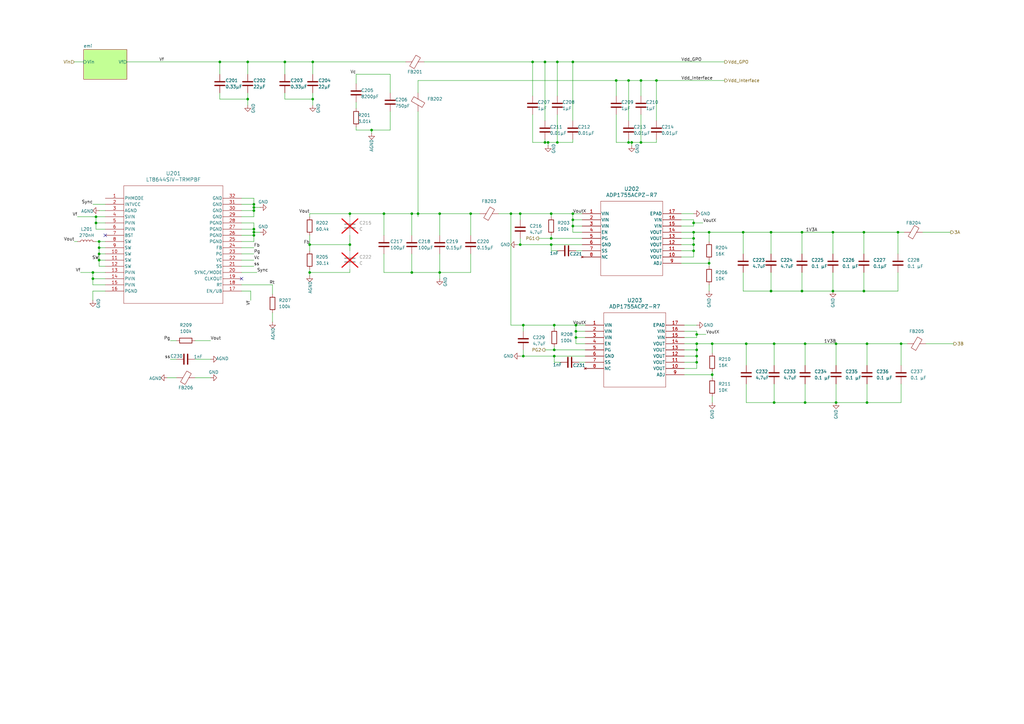
<source format=kicad_sch>
(kicad_sch (version 20231120) (generator "eeschema") (generator_version "8.0")
  (paper "A3")
  (title_block (date "2024-12-28"))
  (lib_symbols
    (symbol "ADP1755ACPZ-R7_1" (pin_names (offset 0.254))
      (property "Reference" "U" (at 20.32 10.16 0))
      (property "Value" "ADP1755ACPZ-R7" (at 20.32 7.62 0))
      (symbol "ADP1755ACPZ-R7_1_0_1"
        (polyline (pts (xy 7.62 -25.4) (xy 33.02 -25.4)) (stroke (width 0.127)))
        (polyline (pts (xy 7.62 5.08) (xy 7.62 -25.4)) (stroke (width 0.127)))
        (polyline (pts (xy 33.02 -25.4) (xy 33.02 5.08)) (stroke (width 0.127)))
        (polyline (pts (xy 33.02 5.08) (xy 7.62 5.08)) (stroke (width 0.127)))
        (pin power_in line (at 0 0 0) (length 7.62) (name "VIN") (number "1"))
        (pin power_in line (at 40.64 -17.78 180) (length 7.62) (name "VOUT") (number "10"))
        (pin power_in line (at 40.64 -15.24 180) (length 7.62) (name "VOUT") (number "11"))
        (pin power_in line (at 40.64 -12.7 180) (length 7.62) (name "VOUT") (number "12"))
        (pin power_in line (at 40.64 -10.16 180) (length 7.62) (name "VOUT") (number "13"))
        (pin power_in line (at 40.64 -7.62 180) (length 7.62) (name "VOUT") (number "14"))
        (pin power_in line (at 40.64 -5.08 180) (length 7.62) (name "VIN") (number "15"))
        (pin power_in line (at 40.64 -2.54 180) (length 7.62) (name "VIN") (number "16"))
        (pin power_out line (at 40.64 0 180) (length 7.62) (name "EPAD") (number "17"))
        (pin power_in line (at 0 -2.54 0) (length 7.62) (name "VIN") (number "2"))
        (pin power_in line (at 0 -5.08 0) (length 7.62) (name "VIN") (number "3"))
        (pin input line (at 0 -7.62 0) (length 7.62) (name "EN") (number "4"))
        (pin output line (at 0 -10.16 0) (length 7.62) (name "PG") (number "5"))
        (pin power_out line (at 0 -12.7 0) (length 7.62) (name "GND") (number "6"))
        (pin unspecified line (at 0 -15.24 0) (length 7.62) (name "SS") (number "7"))
        (pin no_connect line (at 0 -17.78 0) (length 7.62) (name "NC") (number "8"))
        (pin unspecified line (at 40.64 -20.32 180) (length 7.62) (name "ADJ") (number "9"))
      )
    )
    (symbol "Device:C" (pin_numbers hide) (pin_names (offset 0.254))
      (property "Reference" "C" (at 0.635 2.54 0))
      (property "Value" "C" (at 0.635 -2.54 0))
      (symbol "C_0_1"
        (polyline (pts (xy -2.032 -0.762) (xy 2.032 -0.762)) (stroke (width 0.508)))
        (polyline (pts (xy -2.032 0.762) (xy 2.032 0.762)) (stroke (width 0.508)))
      )
      (symbol "C_1_1"
        (pin passive line (at 0 3.81 270) (length 2.794) (name "~") (number "1"))
        (pin passive line (at 0 -3.81 90) (length 2.794) (name "~") (number "2"))
      )
    )
    (symbol "Device:FerriteBead" (pin_numbers hide) (pin_names (offset 0))
      (property "Reference" "FB" (at -3.81 0.635 90))
      (property "Value" "FerriteBead" (at 3.81 0 90))
      (symbol "FerriteBead_0_1"
        (polyline (pts (xy 0 -1.27) (xy 0 -1.2192)))
        (polyline (pts (xy 0 1.27) (xy 0 1.2954)))
        (polyline (pts (xy -2.7686 0.4064) (xy -1.7018 2.2606) (xy 2.7686 -0.3048) (xy 1.6764 -2.159) (xy -2.7686 0.4064)))
      )
      (symbol "FerriteBead_1_1"
        (pin passive line (at 0 3.81 270) (length 2.54) (name "~") (number "1"))
        (pin passive line (at 0 -3.81 90) (length 2.54) (name "~") (number "2"))
      )
    )
    (symbol "Device:L" (pin_numbers hide) (pin_names (offset 1.016) hide)
      (property "Reference" "L" (at -1.27 0 90))
      (property "Value" "L" (at 1.905 0 90))
      (symbol "L_0_1"
        (arc (start 0 -2.54) (mid 0.6323 -1.905) (end 0 -1.27))
        (arc (start 0 -1.27) (mid 0.6323 -0.635) (end 0 0))
        (arc (start 0 0) (mid 0.6323 0.635) (end 0 1.27))
        (arc (start 0 1.27) (mid 0.6323 1.905) (end 0 2.54))
      )
      (symbol "L_1_1"
        (pin passive line (at 0 3.81 270) (length 1.27) (name "1") (number "1"))
        (pin passive line (at 0 -3.81 90) (length 1.27) (name "2") (number "2"))
      )
    )
    (symbol "Device:R" (pin_numbers hide) (pin_names (offset 0))
      (property "Reference" "R" (at 2.032 0 90))
      (property "Value" "R" (at 0 0 90))
      (symbol "R_0_1"
        (rectangle (start -1.016 -2.54) (end 1.016 2.54) (stroke (width 0.254)))
      )
      (symbol "R_1_1"
        (pin passive line (at 0 3.81 270) (length 1.27) (name "~") (number "1"))
        (pin passive line (at 0 -3.81 90) (length 1.27) (name "~") (number "2"))
      )
    )
    (symbol "LT8644S:LT8644SIV-TRMPBF" (pin_names (offset 0.254))
      (property "Reference" "U" (at 27.94 10.16 0))
      (property "Value" "LT8644SIV-TRMPBF" (at 27.94 7.62 0))
      (symbol "LT8644SIV-TRMPBF_0_1"
        (polyline (pts (xy 7.62 -43.18) (xy 48.26 -43.18)) (stroke (width 0.127)))
        (polyline (pts (xy 7.62 5.08) (xy 7.62 -43.18)) (stroke (width 0.127)))
        (polyline (pts (xy 48.26 -43.18) (xy 48.26 5.08)) (stroke (width 0.127)))
        (polyline (pts (xy 48.26 5.08) (xy 7.62 5.08)) (stroke (width 0.127)))
        (pin unspecified line (at 0 0 0) (length 7.62) (name "PHMODE") (number "1"))
        (pin output line (at 0 -22.86 0) (length 7.62) (name "SW") (number "10"))
        (pin output line (at 0 -25.4 0) (length 7.62) (name "SW") (number "11"))
        (pin output line (at 0 -27.94 0) (length 7.62) (name "SW") (number "12"))
        (pin power_in line (at 0 -30.48 0) (length 7.62) (name "PVIN") (number "13"))
        (pin power_in line (at 0 -33.02 0) (length 7.62) (name "PVIN") (number "14"))
        (pin power_in line (at 0 -35.56 0) (length 7.62) (name "PVIN") (number "15"))
        (pin power_out line (at 0 -38.1 0) (length 7.62) (name "PGND") (number "16"))
        (pin input line (at 55.88 -38.1 180) (length 7.62) (name "EN/UB") (number "17"))
        (pin unspecified line (at 55.88 -35.56 180) (length 7.62) (name "RT") (number "18"))
        (pin output line (at 55.88 -33.02 180) (length 7.62) (name "CLKOUT") (number "19"))
        (pin power_in line (at 0 -2.54 0) (length 7.62) (name "INTVCC") (number "2"))
        (pin unspecified line (at 55.88 -30.48 180) (length 7.62) (name "SYNC/MODE") (number "20"))
        (pin input line (at 55.88 -27.94 180) (length 7.62) (name "SS") (number "21"))
        (pin output line (at 55.88 -25.4 180) (length 7.62) (name "VC") (number "22"))
        (pin output line (at 55.88 -22.86 180) (length 7.62) (name "PG") (number "23"))
        (pin input line (at 55.88 -20.32 180) (length 7.62) (name "FB") (number "24"))
        (pin power_out line (at 55.88 -17.78 180) (length 7.62) (name "PGND") (number "25"))
        (pin power_out line (at 55.88 -15.24 180) (length 7.62) (name "PGND") (number "26"))
        (pin power_out line (at 55.88 -12.7 180) (length 7.62) (name "PGND") (number "27"))
        (pin power_out line (at 55.88 -10.16 180) (length 7.62) (name "PGND") (number "28"))
        (pin power_out line (at 55.88 -7.62 180) (length 7.62) (name "GND") (number "29"))
        (pin power_out line (at 0 -5.08 0) (length 7.62) (name "AGND") (number "3"))
        (pin power_out line (at 55.88 -5.08 180) (length 7.62) (name "GND") (number "30"))
        (pin power_out line (at 55.88 -2.54 180) (length 7.62) (name "GND") (number "31"))
        (pin power_out line (at 55.88 0 180) (length 7.62) (name "GND") (number "32"))
        (pin power_in line (at 0 -7.62 0) (length 7.62) (name "SVIN") (number "4"))
        (pin power_in line (at 0 -10.16 0) (length 7.62) (name "PVIN") (number "5"))
        (pin power_in line (at 0 -12.7 0) (length 7.62) (name "PVIN") (number "6"))
        (pin power_in line (at 0 -15.24 0) (length 7.62) (name "BST") (number "7"))
        (pin output line (at 0 -17.78 0) (length 7.62) (name "SW") (number "8"))
        (pin output line (at 0 -20.32 0) (length 7.62) (name "SW") (number "9"))
      )
    )
    (symbol "power:GND" (power) (pin_numbers hide) (pin_names (offset 0) hide)
      (property "Value" "GND" (at 0 -3.81 0))
      (symbol "GND_0_1"
        (polyline (pts (xy 0 0) (xy 0 -1.27) (xy 1.27 -1.27) (xy 0 -2.54) (xy -1.27 -1.27) (xy 0 -1.27)))
      )
      (symbol "GND_1_1"
        (pin power_in line (at 0 0 270) (length 0) (name "~") (number "1"))
      )
    )
  )
  (junction (at 40.64 99.06))
  (junction (at 40.64 101.6))
  (junction (at 316.23 119.38))
  (junction (at 224.79 58.42))
  (junction (at 223.52 25.4))
  (junction (at 354.33 95.25))
  (junction (at 341.63 95.25))
  (junction (at 143.51 87.63))
  (junction (at 285.75 137.16))
  (junction (at 228.6 25.4))
  (junction (at 317.5 165.1))
  (junction (at 368.3 95.25))
  (junction (at 330.2 165.1))
  (junction (at 171.45 87.63))
  (junction (at 284.48 91.44))
  (junction (at 342.9 165.1))
  (junction (at 262.89 33.02))
  (junction (at 234.95 87.63))
  (junction (at 101.6 40.64))
  (junction (at 213.36 87.63))
  (junction (at 317.5 140.97))
  (junction (at 236.22 133.35))
  (junction (at 284.48 95.25))
  (junction (at 330.2 140.97))
  (junction (at 306.07 140.97))
  (junction (at 90.17 25.4))
  (junction (at 290.83 107.95))
  (junction (at 168.91 111.76))
  (junction (at 180.34 87.63))
  (junction (at 101.6 25.4))
  (junction (at 104.14 83.82))
  (junction (at 193.04 87.63))
  (junction (at 257.81 33.02))
  (junction (at 227.33 146.05))
  (junction (at 284.48 100.33))
  (junction (at 285.75 140.97))
  (junction (at 104.14 96.52))
  (junction (at 128.27 25.4))
  (junction (at 104.14 95.25))
  (junction (at 292.1 140.97))
  (junction (at 104.14 86.36))
  (junction (at 128.27 40.64))
  (junction (at 152.4 53.34))
  (junction (at 104.14 85.09))
  (junction (at 284.48 97.79))
  (junction (at 209.55 87.63))
  (junction (at 214.63 146.05))
  (junction (at 252.73 33.02))
  (junction (at 226.06 97.79))
  (junction (at 228.6 58.42))
  (junction (at 227.33 143.51))
  (junction (at 38.1 114.3))
  (junction (at 285.75 146.05))
  (junction (at 292.1 153.67))
  (junction (at 40.64 106.68))
  (junction (at 257.81 58.42))
  (junction (at 234.95 92.71))
  (junction (at 354.33 119.38))
  (junction (at 227.33 133.35))
  (junction (at 262.89 58.42))
  (junction (at 40.64 104.14))
  (junction (at 355.6 140.97))
  (junction (at 39.37 88.9))
  (junction (at 369.57 140.97))
  (junction (at 236.22 138.43))
  (junction (at 290.83 95.25))
  (junction (at 355.6 165.1))
  (junction (at 328.93 95.25))
  (junction (at 341.63 119.38))
  (junction (at 168.91 87.63))
  (junction (at 127 111.76))
  (junction (at 226.06 87.63))
  (junction (at 127 100.33))
  (junction (at 214.63 133.35))
  (junction (at 226.06 100.33))
  (junction (at 285.75 143.51))
  (junction (at 328.93 119.38))
  (junction (at 284.48 102.87))
  (junction (at 143.51 100.33))
  (junction (at 116.84 25.4))
  (junction (at 316.23 95.25))
  (junction (at 218.44 25.4))
  (junction (at 234.95 90.17))
  (junction (at 104.14 93.98))
  (junction (at 342.9 140.97))
  (junction (at 285.75 148.59))
  (junction (at 304.8 95.25))
  (junction (at 180.34 111.76))
  (junction (at 269.24 33.02))
  (junction (at 234.95 25.4))
  (junction (at 157.48 87.63))
  (junction (at 223.52 58.42))
  (junction (at 259.08 58.42))
  (junction (at 213.36 100.33))
  (junction (at 236.22 135.89))
  (junction (at 39.37 91.44))
  (junction (at 38.1 111.76))
  (no_connect (at 99.06 114.3))
  (no_connect (at 43.18 96.52))
  (wire (pts (xy 104.14 83.82) (xy 104.14 85.09)))
  (wire (pts (xy 257.81 33.02) (xy 257.81 49.53)))
  (wire (pts (xy 328.93 95.25) (xy 341.63 95.25)))
  (wire (pts (xy 204.47 87.63) (xy 209.55 87.63)))
  (wire (pts (xy 240.03 133.35) (xy 236.22 133.35)))
  (wire (pts (xy 226.06 100.33) (xy 238.76 100.33)))
  (wire (pts (xy 269.24 57.15) (xy 269.24 58.42)))
  (wire (pts (xy 226.06 97.79) (xy 238.76 97.79)))
  (wire (pts (xy 213.36 87.63) (xy 226.06 87.63)))
  (wire (pts (xy 214.63 146.05) (xy 227.33 146.05)))
  (wire (pts (xy 180.34 87.63) (xy 193.04 87.63)))
  (wire (pts (xy 285.75 133.35) (xy 280.67 133.35)))
  (wire (pts (xy 157.48 104.14) (xy 157.48 111.76)))
  (wire (pts (xy 262.89 33.02) (xy 269.24 33.02)))
  (wire (pts (xy 285.75 137.16) (xy 285.75 138.43)))
  (wire (pts (xy 69.85 147.32) (xy 72.39 147.32)))
  (wire (pts (xy 104.14 86.36) (xy 104.14 88.9)))
  (wire (pts (xy 290.83 95.25) (xy 290.83 99.06)))
  (wire (pts (xy 127 96.52) (xy 127 100.33)))
  (wire (pts (xy 99.06 83.82) (xy 104.14 83.82)))
  (wire (pts (xy 173.99 25.4) (xy 218.44 25.4)))
  (wire (pts (xy 284.48 91.44) (xy 284.48 92.71)))
  (wire (pts (xy 146.05 53.34) (xy 152.4 53.34)))
  (wire (pts (xy 304.8 95.25) (xy 316.23 95.25)))
  (wire (pts (xy 143.51 102.87) (xy 143.51 100.33)))
  (wire (pts (xy 171.45 87.63) (xy 180.34 87.63)))
  (wire (pts (xy 226.06 96.52) (xy 226.06 97.79)))
  (wire (pts (xy 146.05 52.07) (xy 146.05 53.34)))
  (wire (pts (xy 127 100.33) (xy 127 102.87)))
  (wire (pts (xy 342.9 157.48) (xy 342.9 165.1)))
  (wire (pts (xy 234.95 57.15) (xy 234.95 58.42)))
  (wire (pts (xy 292.1 140.97) (xy 306.07 140.97)))
  (wire (pts (xy 213.36 97.79) (xy 213.36 100.33)))
  (wire (pts (xy 157.48 87.63) (xy 168.91 87.63)))
  (wire (pts (xy 285.75 143.51) (xy 285.75 146.05)))
  (wire (pts (xy 38.1 123.19) (xy 38.1 119.38)))
  (wire (pts (xy 111.76 116.84) (xy 111.76 120.65)))
  (wire (pts (xy 218.44 25.4) (xy 218.44 39.37)))
  (wire (pts (xy 40.64 104.14) (xy 40.64 101.6)))
  (wire (pts (xy 160.02 30.48) (xy 146.05 30.48)))
  (wire (pts (xy 99.06 116.84) (xy 111.76 116.84)))
  (wire (pts (xy 99.06 109.22) (xy 104.14 109.22)))
  (wire (pts (xy 238.76 87.63) (xy 234.95 87.63)))
  (wire (pts (xy 212.09 100.33) (xy 213.36 100.33)))
  (wire (pts (xy 284.48 95.25) (xy 290.83 95.25)))
  (wire (pts (xy 280.67 135.89) (xy 285.75 135.89)))
  (wire (pts (xy 213.36 100.33) (xy 226.06 100.33)))
  (wire (pts (xy 369.57 140.97) (xy 372.11 140.97)))
  (wire (pts (xy 116.84 25.4) (xy 116.84 30.48)))
  (wire (pts (xy 280.67 143.51) (xy 285.75 143.51)))
  (wire (pts (xy 316.23 119.38) (xy 328.93 119.38)))
  (wire (pts (xy 259.08 58.42) (xy 259.08 59.69)))
  (wire (pts (xy 269.24 33.02) (xy 297.18 33.02)))
  (wire (pts (xy 180.34 96.52) (xy 180.34 87.63)))
  (wire (pts (xy 342.9 165.1) (xy 355.6 165.1)))
  (wire (pts (xy 316.23 111.76) (xy 316.23 119.38)))
  (wire (pts (xy 279.4 102.87) (xy 284.48 102.87)))
  (wire (pts (xy 316.23 95.25) (xy 316.23 104.14)))
  (wire (pts (xy 30.48 25.4) (xy 34.29 25.4)))
  (wire (pts (xy 234.95 25.4) (xy 297.18 25.4)))
  (wire (pts (xy 227.33 133.35) (xy 227.33 134.62)))
  (wire (pts (xy 157.48 111.76) (xy 168.91 111.76)))
  (wire (pts (xy 38.1 114.3) (xy 43.18 114.3)))
  (wire (pts (xy 99.06 106.68) (xy 104.14 106.68)))
  (wire (pts (xy 213.36 146.05) (xy 214.63 146.05)))
  (wire (pts (xy 104.14 99.06) (xy 99.06 99.06)))
  (wire (pts (xy 128.27 25.4) (xy 128.27 30.48)))
  (wire (pts (xy 229.87 148.59) (xy 227.33 148.59)))
  (wire (pts (xy 86.36 139.7) (xy 80.01 139.7)))
  (wire (pts (xy 40.64 104.14) (xy 43.18 104.14)))
  (wire (pts (xy 236.22 133.35) (xy 236.22 135.89)))
  (wire (pts (xy 304.8 111.76) (xy 304.8 119.38)))
  (wire (pts (xy 143.51 96.52) (xy 143.51 100.33)))
  (wire (pts (xy 127 87.63) (xy 127 88.9)))
  (wire (pts (xy 317.5 140.97) (xy 330.2 140.97)))
  (wire (pts (xy 180.34 111.76) (xy 180.34 114.3)))
  (wire (pts (xy 290.83 106.68) (xy 290.83 107.95)))
  (wire (pts (xy 116.84 25.4) (xy 128.27 25.4)))
  (wire (pts (xy 146.05 30.48) (xy 146.05 34.29)))
  (wire (pts (xy 284.48 100.33) (xy 284.48 102.87)))
  (wire (pts (xy 171.45 45.72) (xy 171.45 87.63)))
  (wire (pts (xy 90.17 25.4) (xy 90.17 30.48)))
  (wire (pts (xy 369.57 140.97) (xy 369.57 149.86)))
  (wire (pts (xy 317.5 157.48) (xy 317.5 165.1)))
  (wire (pts (xy 224.79 58.42) (xy 224.79 59.69)))
  (wire (pts (xy 354.33 111.76) (xy 354.33 119.38)))
  (wire (pts (xy 290.83 95.25) (xy 304.8 95.25)))
  (wire (pts (xy 68.58 154.94) (xy 72.39 154.94)))
  (wire (pts (xy 38.1 116.84) (xy 43.18 116.84)))
  (wire (pts (xy 228.6 102.87) (xy 226.06 102.87)))
  (wire (pts (xy 368.3 111.76) (xy 368.3 119.38)))
  (wire (pts (xy 252.73 46.99) (xy 252.73 58.42)))
  (wire (pts (xy 234.95 92.71) (xy 234.95 95.25)))
  (wire (pts (xy 127 87.63) (xy 143.51 87.63)))
  (wire (pts (xy 30.48 99.06) (xy 31.75 99.06)))
  (wire (pts (xy 355.6 165.1) (xy 369.57 165.1)))
  (wire (pts (xy 157.48 87.63) (xy 157.48 96.52)))
  (wire (pts (xy 257.81 58.42) (xy 259.08 58.42)))
  (wire (pts (xy 379.73 140.97) (xy 391.16 140.97)))
  (wire (pts (xy 284.48 95.25) (xy 284.48 97.79)))
  (wire (pts (xy 285.75 148.59) (xy 285.75 151.13)))
  (wire (pts (xy 168.91 111.76) (xy 180.34 111.76)))
  (wire (pts (xy 280.67 153.67) (xy 292.1 153.67)))
  (wire (pts (xy 284.48 92.71) (xy 279.4 92.71)))
  (wire (pts (xy 104.14 88.9) (xy 99.06 88.9)))
  (wire (pts (xy 236.22 138.43) (xy 236.22 140.97)))
  (wire (pts (xy 284.48 102.87) (xy 284.48 105.41)))
  (wire (pts (xy 236.22 138.43) (xy 240.03 138.43)))
  (wire (pts (xy 101.6 25.4) (xy 116.84 25.4)))
  (wire (pts (xy 234.95 92.71) (xy 238.76 92.71)))
  (wire (pts (xy 285.75 146.05) (xy 285.75 148.59)))
  (wire (pts (xy 209.55 87.63) (xy 209.55 133.35)))
  (wire (pts (xy 288.29 91.44) (xy 284.48 91.44)))
  (wire (pts (xy 341.63 95.25) (xy 354.33 95.25)))
  (wire (pts (xy 341.63 119.38) (xy 354.33 119.38)))
  (wire (pts (xy 236.22 135.89) (xy 236.22 138.43)))
  (wire (pts (xy 152.4 53.34) (xy 152.4 54.61)))
  (wire (pts (xy 128.27 38.1) (xy 128.27 40.64)))
  (wire (pts (xy 38.1 119.38) (xy 43.18 119.38)))
  (wire (pts (xy 38.1 116.84) (xy 38.1 114.3)))
  (wire (pts (xy 306.07 165.1) (xy 317.5 165.1)))
  (wire (pts (xy 171.45 88.9) (xy 171.45 87.63)))
  (wire (pts (xy 99.06 111.76) (xy 105.41 111.76)))
  (wire (pts (xy 39.37 93.98) (xy 39.37 91.44)))
  (wire (pts (xy 269.24 49.53) (xy 269.24 33.02)))
  (wire (pts (xy 102.87 119.38) (xy 102.87 123.19)))
  (wire (pts (xy 146.05 41.91) (xy 146.05 44.45)))
  (wire (pts (xy 160.02 38.1) (xy 160.02 30.48)))
  (wire (pts (xy 292.1 152.4) (xy 292.1 153.67)))
  (wire (pts (xy 223.52 25.4) (xy 228.6 25.4)))
  (wire (pts (xy 341.63 95.25) (xy 341.63 104.14)))
  (wire (pts (xy 226.06 87.63) (xy 234.95 87.63)))
  (wire (pts (xy 218.44 25.4) (xy 223.52 25.4)))
  (wire (pts (xy 284.48 97.79) (xy 284.48 100.33)))
  (wire (pts (xy 328.93 95.25) (xy 328.93 104.14)))
  (wire (pts (xy 290.83 107.95) (xy 290.83 109.22)))
  (wire (pts (xy 40.64 101.6) (xy 43.18 101.6)))
  (wire (pts (xy 280.67 146.05) (xy 285.75 146.05)))
  (wire (pts (xy 289.56 137.16) (xy 285.75 137.16)))
  (wire (pts (xy 317.5 165.1) (xy 330.2 165.1)))
  (wire (pts (xy 52.07 25.4) (xy 90.17 25.4)))
  (wire (pts (xy 292.1 140.97) (xy 292.1 144.78)))
  (wire (pts (xy 306.07 157.48) (xy 306.07 165.1)))
  (wire (pts (xy 127 110.49) (xy 127 111.76)))
  (wire (pts (xy 168.91 87.63) (xy 168.91 96.52)))
  (wire (pts (xy 257.81 57.15) (xy 257.81 58.42)))
  (wire (pts (xy 127 111.76) (xy 127 113.03)))
  (wire (pts (xy 213.36 87.63) (xy 213.36 90.17)))
  (wire (pts (xy 31.75 88.9) (xy 39.37 88.9)))
  (wire (pts (xy 228.6 58.42) (xy 234.95 58.42)))
  (wire (pts (xy 40.64 86.36) (xy 43.18 86.36)))
  (wire (pts (xy 38.1 83.82) (xy 43.18 83.82)))
  (wire (pts (xy 40.64 106.68) (xy 43.18 106.68)))
  (wire (pts (xy 152.4 53.34) (xy 160.02 53.34)))
  (wire (pts (xy 279.4 90.17) (xy 284.48 90.17)))
  (wire (pts (xy 104.14 91.44) (xy 104.14 93.98)))
  (wire (pts (xy 143.51 88.9) (xy 143.51 87.63)))
  (wire (pts (xy 262.89 33.02) (xy 262.89 39.37)))
  (wire (pts (xy 234.95 87.63) (xy 234.95 90.17)))
  (wire (pts (xy 99.06 86.36) (xy 104.14 86.36)))
  (wire (pts (xy 236.22 140.97) (xy 240.03 140.97)))
  (wire (pts (xy 220.98 97.79) (xy 226.06 97.79)))
  (wire (pts (xy 369.57 157.48) (xy 369.57 165.1)))
  (wire (pts (xy 128.27 25.4) (xy 166.37 25.4)))
  (wire (pts (xy 285.75 140.97) (xy 292.1 140.97)))
  (wire (pts (xy 223.52 143.51) (xy 227.33 143.51)))
  (wire (pts (xy 342.9 140.97) (xy 342.9 149.86)))
  (wire (pts (xy 101.6 38.1) (xy 101.6 40.64)))
  (wire (pts (xy 39.37 88.9) (xy 43.18 88.9)))
  (wire (pts (xy 284.48 105.41) (xy 279.4 105.41)))
  (wire (pts (xy 341.63 111.76) (xy 341.63 119.38)))
  (wire (pts (xy 368.3 95.25) (xy 370.84 95.25)))
  (wire (pts (xy 328.93 119.38) (xy 341.63 119.38)))
  (wire (pts (xy 328.93 111.76) (xy 328.93 119.38)))
  (wire (pts (xy 236.22 102.87) (xy 238.76 102.87)))
  (wire (pts (xy 104.14 96.52) (xy 104.14 99.06)))
  (wire (pts (xy 354.33 95.25) (xy 354.33 104.14)))
  (wire (pts (xy 104.14 81.28) (xy 104.14 83.82)))
  (wire (pts (xy 104.14 85.09) (xy 104.14 86.36)))
  (wire (pts (xy 280.67 148.59) (xy 285.75 148.59)))
  (wire (pts (xy 262.89 58.42) (xy 269.24 58.42)))
  (wire (pts (xy 160.02 45.72) (xy 160.02 53.34)))
  (wire (pts (xy 171.45 33.02) (xy 171.45 38.1)))
  (wire (pts (xy 306.07 140.97) (xy 317.5 140.97)))
  (wire (pts (xy 193.04 87.63) (xy 193.04 96.52)))
  (wire (pts (xy 354.33 95.25) (xy 368.3 95.25)))
  (wire (pts (xy 226.06 102.87) (xy 226.06 100.33)))
  (wire (pts (xy 193.04 87.63) (xy 196.85 87.63)))
  (wire (pts (xy 284.48 87.63) (xy 279.4 87.63)))
  (wire (pts (xy 111.76 128.27) (xy 111.76 132.08)))
  (wire (pts (xy 355.6 140.97) (xy 355.6 149.86)))
  (wire (pts (xy 262.89 33.02) (xy 257.81 33.02)))
  (wire (pts (xy 292.1 153.67) (xy 292.1 154.94)))
  (wire (pts (xy 116.84 38.1) (xy 116.84 40.64)))
  (wire (pts (xy 355.6 157.48) (xy 355.6 165.1)))
  (wire (pts (xy 285.75 140.97) (xy 285.75 143.51)))
  (wire (pts (xy 214.63 133.35) (xy 227.33 133.35)))
  (wire (pts (xy 316.23 95.25) (xy 328.93 95.25)))
  (wire (pts (xy 280.67 140.97) (xy 285.75 140.97)))
  (wire (pts (xy 279.4 95.25) (xy 284.48 95.25)))
  (wire (pts (xy 99.06 101.6) (xy 104.14 101.6)))
  (wire (pts (xy 279.4 97.79) (xy 284.48 97.79)))
  (wire (pts (xy 234.95 95.25) (xy 238.76 95.25)))
  (wire (pts (xy 279.4 107.95) (xy 290.83 107.95)))
  (wire (pts (xy 227.33 148.59) (xy 227.33 146.05)))
  (wire (pts (xy 209.55 133.35) (xy 214.63 133.35)))
  (wire (pts (xy 99.06 91.44) (xy 104.14 91.44)))
  (wire (pts (xy 104.14 95.25) (xy 104.14 96.52)))
  (wire (pts (xy 227.33 143.51) (xy 240.03 143.51)))
  (wire (pts (xy 355.6 140.97) (xy 369.57 140.97)))
  (wire (pts (xy 223.52 58.42) (xy 224.79 58.42)))
  (wire (pts (xy 285.75 135.89) (xy 285.75 137.16)))
  (wire (pts (xy 90.17 38.1) (xy 90.17 40.64)))
  (wire (pts (xy 99.06 96.52) (xy 104.14 96.52)))
  (wire (pts (xy 38.1 111.76) (xy 38.1 114.3)))
  (wire (pts (xy 257.81 33.02) (xy 252.73 33.02)))
  (wire (pts (xy 40.64 99.06) (xy 43.18 99.06)))
  (wire (pts (xy 330.2 140.97) (xy 342.9 140.97)))
  (wire (pts (xy 143.51 87.63) (xy 157.48 87.63)))
  (wire (pts (xy 43.18 109.22) (xy 40.64 109.22)))
  (wire (pts (xy 101.6 43.18) (xy 101.6 40.64)))
  (wire (pts (xy 306.07 140.97) (xy 306.07 149.86)))
  (wire (pts (xy 39.37 99.06) (xy 40.64 99.06)))
  (wire (pts (xy 106.68 95.25) (xy 104.14 95.25)))
  (wire (pts (xy 127 100.33) (xy 143.51 100.33)))
  (wire (pts (xy 227.33 133.35) (xy 236.22 133.35)))
  (wire (pts (xy 90.17 40.64) (xy 101.6 40.64)))
  (wire (pts (xy 39.37 91.44) (xy 43.18 91.44)))
  (wire (pts (xy 40.64 106.68) (xy 40.64 104.14)))
  (wire (pts (xy 99.06 119.38) (xy 102.87 119.38)))
  (wire (pts (xy 116.84 40.64) (xy 128.27 40.64)))
  (wire (pts (xy 279.4 100.33) (xy 284.48 100.33)))
  (wire (pts (xy 180.34 111.76) (xy 193.04 111.76)))
  (wire (pts (xy 40.64 109.22) (xy 40.64 106.68)))
  (wire (pts (xy 80.01 154.94) (xy 86.36 154.94)))
  (wire (pts (xy 218.44 46.99) (xy 218.44 58.42)))
  (wire (pts (xy 227.33 142.24) (xy 227.33 143.51)))
  (wire (pts (xy 171.45 87.63) (xy 168.91 87.63)))
  (wire (pts (xy 237.49 148.59) (xy 240.03 148.59)))
  (wire (pts (xy 223.52 25.4) (xy 223.52 49.53)))
  (wire (pts (xy 43.18 111.76) (xy 38.1 111.76)))
  (wire (pts (xy 193.04 104.14) (xy 193.04 111.76)))
  (wire (pts (xy 101.6 25.4) (xy 101.6 30.48)))
  (wire (pts (xy 228.6 46.99) (xy 228.6 58.42)))
  (wire (pts (xy 304.8 95.25) (xy 304.8 104.14)))
  (wire (pts (xy 209.55 87.63) (xy 213.36 87.63)))
  (wire (pts (xy 342.9 140.97) (xy 355.6 140.97)))
  (wire (pts (xy 304.8 119.38) (xy 316.23 119.38)))
  (wire (pts (xy 171.45 33.02) (xy 252.73 33.02)))
  (wire (pts (xy 378.46 95.25) (xy 389.89 95.25)))
  (wire (pts (xy 330.2 165.1) (xy 342.9 165.1)))
  (wire (pts (xy 143.51 111.76) (xy 127 111.76)))
  (wire (pts (xy 33.02 111.76) (xy 38.1 111.76)))
  (wire (pts (xy 128.27 43.18) (xy 128.27 40.64)))
  (wire (pts (xy 259.08 58.42) (xy 262.89 58.42)))
  (wire (pts (xy 252.73 58.42) (xy 257.81 58.42)))
  (wire (pts (xy 43.18 93.98) (xy 39.37 93.98)))
  (wire (pts (xy 224.79 58.42) (xy 228.6 58.42)))
  (wire (pts (xy 228.6 25.4) (xy 234.95 25.4)))
  (wire (pts (xy 218.44 58.42) (xy 223.52 58.42)))
  (wire (pts (xy 99.06 93.98) (xy 104.14 93.98)))
  (wire (pts (xy 223.52 57.15) (xy 223.52 58.42)))
  (wire (pts (xy 290.83 119.38) (xy 290.83 116.84)))
  (wire (pts (xy 99.06 81.28) (xy 104.14 81.28)))
  (wire (pts (xy 227.33 146.05) (xy 240.03 146.05)))
  (wire (pts (xy 180.34 104.14) (xy 180.34 111.76)))
  (wire (pts (xy 104.14 93.98) (xy 104.14 95.25)))
  (wire (pts (xy 69.85 139.7) (xy 72.39 139.7)))
  (wire (pts (xy 228.6 25.4) (xy 228.6 39.37)))
  (wire (pts (xy 285.75 151.13) (xy 280.67 151.13)))
  (wire (pts (xy 214.63 143.51) (xy 214.63 146.05)))
  (wire (pts (xy 262.89 46.99) (xy 262.89 58.42)))
  (wire (pts (xy 234.95 49.53) (xy 234.95 25.4)))
  (wire (pts (xy 90.17 25.4) (xy 101.6 25.4)))
  (wire (pts (xy 226.06 87.63) (xy 226.06 88.9)))
  (wire (pts (xy 252.73 33.02) (xy 252.73 39.37)))
  (wire (pts (xy 168.91 104.14) (xy 168.91 111.76)))
  (wire (pts (xy 368.3 95.25) (xy 368.3 104.14)))
  (wire (pts (xy 214.63 133.35) (xy 214.63 135.89)))
  (wire (pts (xy 234.95 90.17) (xy 234.95 92.71)))
  (wire (pts (xy 330.2 157.48) (xy 330.2 165.1)))
  (wire (pts (xy 292.1 165.1) (xy 292.1 162.56)))
  (wire (pts (xy 106.68 85.09) (xy 104.14 85.09)))
  (wire (pts (xy 236.22 135.89) (xy 240.03 135.89)))
  (wire (pts (xy 39.37 88.9) (xy 39.37 91.44)))
  (wire (pts (xy 234.95 90.17) (xy 238.76 90.17)))
  (wire (pts (xy 330.2 140.97) (xy 330.2 149.86)))
  (wire (pts (xy 285.75 138.43) (xy 280.67 138.43)))
  (wire (pts (xy 104.14 104.14) (xy 99.06 104.14)))
  (wire (pts (xy 354.33 119.38) (xy 368.3 119.38)))
  (wire (pts (xy 80.01 147.32) (xy 86.36 147.32)))
  (wire (pts (xy 317.5 140.97) (xy 317.5 149.86)))
  (wire (pts (xy 284.48 90.17) (xy 284.48 91.44)))
  (wire (pts (xy 143.51 110.49) (xy 143.51 111.76)))
  (wire (pts (xy 40.64 101.6) (xy 40.64 99.06)))
  (label "VoutX" (at 234.95 87.63 0))
  (label "VoutX" (at 288.29 91.44 0))
  (label "1V3A" (at 335.28 95.25 180))
  (label "Pg" (at 104.14 104.14 0))
  (label "Vdd_GPO" (at 279.4 25.4 0))
  (label "SW" (at 40.64 106.68 180))
  (label "1V3B" (at 342.9 140.97 180))
  (label "VoutX" (at 289.56 137.16 0))
  (label "ss" (at 104.14 109.22 0))
  (label "Fb" (at 104.14 101.6 0))
  (label "Sync" (at 38.1 83.82 180))
  (label "Pg" (at 69.85 139.7 180))
  (label "Vc" (at 146.05 30.48 180))
  (label "Sync" (at 105.41 111.76 0))
  (label "Vout" (at 86.36 139.7 0))
  (label "Vf" (at 31.75 88.9 180))
  (label "Fb" (at 127 100.33 180))
  (label "ss" (at 69.85 147.32 180))
  (label "Vf" (at 33.02 111.76 180))
  (label "Vc" (at 104.14 106.68 0))
  (label "Vf" (at 67.31 25.4 180))
  (label "Vdd_Interface" (at 279.4 33.02 0))
  (label "Vout" (at 127 87.63 180))
  (label "Vout" (at 30.48 99.06 180))
  (label "Rt" (at 110.49 116.84 0))
  (label "Vf" (at 102.87 123.19 270))
  (label "VoutX" (at 234.95 133.35 0))
  (hierarchical_label "Vdd_Interface" (shape output) (at 297.18 33.02 0))
  (hierarchical_label "3A" (shape output) (at 389.89 95.25 0))
  (hierarchical_label "Vdd_GPO" (shape output) (at 297.18 25.4 0))
  (hierarchical_label "Vin" (shape input) (at 30.48 25.4 180))
  (hierarchical_label "PG1" (shape output) (at 220.98 97.79 180))
  (hierarchical_label "PG2" (shape output) (at 223.52 143.51 180))
  (hierarchical_label "3B" (shape output) (at 391.16 140.97 0))
  (symbol (lib_id "Device:C") (at 180.34 100.33 0) (unit 1)
    (property "Reference" "C219" (at 182.88 99.06 0) (effects (justify left)))
    (property "Value" "0.15µF" (at 182.88 101.6 0) (effects (justify left)))
    (property "Footprint" "Capacitor_SMD:C_0603_1608Metric" (effects (hide yes)))
    (property "Description" "Unpolarized capacitor" (effects (hide yes)))
  )
  (symbol (lib_id "Device:R") (at 292.1 148.59 0) (unit 1)
    (property "Reference" "R210" (at 294.64 147.3199 0) (effects (justify left)))
    (property "Value" "16K" (at 294.64 149.8599 0) (effects (justify left)))
    (property "Footprint" "Resistor_SMD:R_0603_1608Metric" (effects (hide yes)))
    (property "Description" "Resistor" (effects (hide yes)))
  )
  (symbol (lib_id "Device:C") (at 233.68 148.59 270) (unit 1)
    (property "Reference" "C231" (at 237.49 149.86 90))
    (property "Value" "1nF" (at 228.6 149.606 90))
    (property "Footprint" "Capacitor_SMD:C_0603_1608Metric" (effects (hide yes)))
    (property "Description" "Unpolarized capacitor" (effects (hide yes)))
  )
  (symbol (lib_id "Device:C") (at 101.6 34.29 0) (unit 1)
    (property "Reference" "C202" (at 103.886 33.02 0) (effects (justify left)))
    (property "Value" "22µF" (at 103.886 35.56 0) (effects (justify left)))
    (property "Footprint" "Capacitor_SMD:C_0603_1608Metric" (effects (hide yes)))
    (property "Description" "Unpolarized capacitor" (effects (hide yes)))
  )
  (symbol (lib_id "power:GND") (at 341.63 119.38 0) (unit 1)
    (property "Reference" "#PWR0214" (effects (hide yes)))
    (property "Value" "GND" (at 341.63 124.206 90))
    (property "Description" "Power symbol creates a global label with name \"GND\" , ground" (effects (hide yes)))
  )
  (symbol (lib_id "power:GND") (at 290.83 119.38 0) (unit 1)
    (property "Reference" "#PWR0213" (effects (hide yes)))
    (property "Value" "GND" (at 290.83 124.206 90))
    (property "Description" "Power symbol creates a global label with name \"GND\" , ground" (effects (hide yes)))
  )
  (symbol (lib_id "Device:C") (at 328.93 107.95 0) (unit 1)
    (property "Reference" "C225" (at 332.74 106.6799 0) (effects (justify left)))
    (property "Value" "0.1 µF" (at 332.74 109.2199 0) (effects (justify left)))
    (property "Footprint" "Capacitor_SMD:C_0603_1608Metric" (effects (hide yes)))
    (property "Description" "Unpolarized capacitor" (effects (hide yes)))
  )
  (symbol (lib_id "Device:FerriteBead") (at 170.18 25.4 270) (unit 1)
    (property "Reference" "FB201" (at 170.18 29.464 90))
    (property "Value" "75 Ohms @ 100 MHz" (effects (hide yes)))
    (property "Footprint" "Inductor_SMD:L_0603_1608Metric" (effects (hide yes)))
    (property "Description" "Ferrite bead" (effects (hide yes)))
  )
  (symbol (lib_id "power:GND") (at 86.36 154.94 90) (unit 1)
    (property "Reference" "#PWR0221" (effects (hide yes)))
    (property "Value" "GND" (at 87.63 152.654 90))
    (property "Description" "Power symbol creates a global label with name \"GND\" , ground" (effects (hide yes)))
  )
  (symbol (lib_id "Device:C") (at 234.95 53.34 0) (unit 1)
    (property "Reference" "C212" (at 236.982 52.07 0) (effects (justify left)))
    (property "Value" "0.01µF" (at 236.982 54.61 0) (effects (justify left)))
    (property "Footprint" "Capacitor_SMD:C_0805_2012Metric" (effects (hide yes)))
    (property "Description" "Unpolarized capacitor" (effects (hide yes)))
  )
  (symbol (lib_id "Device:C") (at 160.02 41.91 0) (unit 1)
    (property "Reference" "C206" (at 162.052 40.894 0) (effects (justify left)))
    (property "Value" "750pF" (at 162.052 43.434 0) (effects (justify left)))
    (property "Footprint" "Capacitor_SMD:C_0603_1608Metric" (effects (hide yes)))
    (property "Description" "Unpolarized capacitor" (effects (hide yes)))
  )
  (symbol (lib_id "Device:FerriteBead") (at 375.92 140.97 270) (unit 1)
    (property "Reference" "FB205" (at 375.9708 135.89 90))
    (property "Value" "30 Ohms @ 100 MHz" (effects (hide yes)))
    (property "Footprint" "Inductor_SMD:L_0603_1608Metric" (effects (hide yes)))
    (property "Description" "Ferrite bead" (effects (hide yes)))
  )
  (symbol (lib_id "Device:C") (at 330.2 153.67 0) (unit 1)
    (property "Reference" "C234" (at 334.01 152.3999 0) (effects (justify left)))
    (property "Value" "0.1 µF" (at 334.01 154.9399 0) (effects (justify left)))
    (property "Footprint" "Capacitor_SMD:C_0603_1608Metric" (effects (hide yes)))
    (property "Description" "Unpolarized capacitor" (effects (hide yes)))
  )
  (symbol (lib_id "Device:R") (at 290.83 102.87 0) (unit 1)
    (property "Reference" "R204" (at 293.37 101.5999 0) (effects (justify left)))
    (property "Value" "16K" (at 293.37 104.1399 0) (effects (justify left)))
    (property "Footprint" "Resistor_SMD:R_0603_1608Metric" (effects (hide yes)))
    (property "Description" "Resistor" (effects (hide yes)))
  )
  (symbol (lib_id "power:GND") (at 127 113.03 0) (unit 1)
    (property "Reference" "#PWR0211" (effects (hide yes)))
    (property "Value" "AGND" (at 127.254 117.856 90))
    (property "Description" "Power symbol creates a global label with name \"GND\" , ground" (effects (hide yes)))
  )
  (symbol (lib_id "power:GND") (at 213.36 146.05 270) (unit 1)
    (property "Reference" "#PWR0218" (effects (hide yes)))
    (property "Value" "GND" (at 208.534 146.05 90))
    (property "Description" "Power symbol creates a global label with name \"GND\" , ground" (effects (hide yes)))
  )
  (symbol (lib_id "Device:C") (at 304.8 107.95 0) (unit 1)
    (property "Reference" "C223" (at 308.61 106.6799 0) (effects (justify left)))
    (property "Value" "4.7uF" (at 308.61 109.2199 0) (effects (justify left)))
    (property "Footprint" "Capacitor_SMD:C_0805_2012Metric" (effects (hide yes)))
    (property "Description" "Unpolarized capacitor" (effects (hide yes)))
  )
  (symbol (lib_name "ADP1755ACPZ-R7_1") (lib_id "ADP1755:ADP1755ACPZ-R7") (at 240.03 133.35 0) (unit 1)
    (property "Reference" "U203" (at 260.35 123.19 0) (effects (font (size 1.524 1.524))))
    (property "Value" "ADP1755ACPZ-R7" (at 260.35 125.73 0) (effects (font (size 1.524 1.524))))
    (property "Footprint" "Package_CSP:Analog_LFCSP-16-1EP_4x4mm_P0.65mm_EP2.1x2.1mm_ThermalVias" (effects (hide yes)))
    (property "Datasheet" "ADP1755ACPZ-R7" (effects (hide yes)))
  )
  (symbol (lib_id "power:GND") (at 101.6 43.18 0) (unit 1)
    (property "Reference" "#PWR0201" (effects (hide yes)))
    (property "Value" "GND" (at 103.886 44.45 90))
    (property "Description" "Power symbol creates a global label with name \"GND\" , ground" (effects (hide yes)))
  )
  (symbol (lib_id "power:GND") (at 224.79 59.69 0) (unit 1)
    (property "Reference" "#PWR0204" (effects (hide yes)))
    (property "Value" "GND" (at 227.076 60.96 90))
    (property "Description" "Power symbol creates a global label with name \"GND\" , ground" (effects (hide yes)))
  )
  (symbol (lib_id "power:GND") (at 40.64 86.36 270) (unit 1)
    (property "Reference" "#PWR0207" (effects (hide yes)))
    (property "Value" "AGND" (at 35.814 86.614 90))
    (property "Description" "Power symbol creates a global label with name \"GND\" , ground" (effects (hide yes)))
  )
  (symbol (lib_id "Device:C") (at 116.84 34.29 0) (unit 1)
    (property "Reference" "C203" (at 119.126 33.02 0) (effects (justify left)))
    (property "Value" "0.33µF" (at 119.126 35.56 0) (effects (justify left)))
    (property "Footprint" "Capacitor_SMD:C_0603_1608Metric" (effects (hide yes)))
    (property "Description" "Unpolarized capacitor" (effects (hide yes)))
  )
  (symbol (lib_id "Device:C") (at 341.63 107.95 0) (unit 1)
    (property "Reference" "C226" (at 345.44 106.6799 0) (effects (justify left)))
    (property "Value" "0.1 µF" (at 345.44 109.2199 0) (effects (justify left)))
    (property "Footprint" "Capacitor_SMD:C_0603_1608Metric" (effects (hide yes)))
    (property "Description" "Unpolarized capacitor" (effects (hide yes)))
  )
  (symbol (lib_id "Device:R") (at 111.76 124.46 0) (unit 1)
    (property "Reference" "R207" (at 114.3 123.1899 0) (effects (justify left)))
    (property "Value" "100k" (at 114.3 125.7299 0) (effects (justify left)))
    (property "Footprint" "Resistor_SMD:R_0603_1608Metric" (effects (hide yes)))
    (property "Description" "Resistor" (effects (hide yes)))
  )
  (symbol (lib_id "Device:C") (at 354.33 107.95 0) (unit 1)
    (property "Reference" "C227" (at 358.14 106.6799 0) (effects (justify left)))
    (property "Value" "0.1µF" (at 358.14 109.2199 0) (effects (justify left)))
    (property "Footprint" "Capacitor_SMD:C_0603_1608Metric" (effects (hide yes)))
    (property "Description" "Unpolarized capacitor" (effects (hide yes)))
  )
  (symbol (lib_id "power:GND") (at 292.1 165.1 0) (unit 1)
    (property "Reference" "#PWR0222" (effects (hide yes)))
    (property "Value" "GND" (at 292.1 169.926 90))
    (property "Description" "Power symbol creates a global label with name \"GND\" , ground" (effects (hide yes)))
  )
  (symbol (lib_id "Device:R") (at 290.83 113.03 0) (unit 1)
    (property "Reference" "R206" (at 293.37 111.7599 0) (effects (justify left)))
    (property "Value" "10K" (at 293.37 114.2999 0) (effects (justify left)))
    (property "Footprint" "Resistor_SMD:R_0603_1608Metric" (effects (hide yes)))
    (property "Description" "Resistor" (effects (hide yes)))
  )
  (symbol (lib_id "Device:FerriteBead") (at 200.66 87.63 90) (unit 1)
    (property "Reference" "FB203" (at 200.6092 82.55 90))
    (property "Value" "30 Ohms @ 100 MHz" (effects (hide yes)))
    (property "Footprint" "Inductor_SMD:L_0603_1608Metric" (effects (hide yes)))
    (property "Description" "Ferrite bead" (effects (hide yes)))
  )
  (symbol (lib_id "power:GND") (at 68.58 154.94 270) (unit 1)
    (property "Reference" "#PWR0220" (effects (hide yes)))
    (property "Value" "AGND" (at 63.754 155.194 90))
    (property "Description" "Power symbol creates a global label with name \"GND\" , ground" (effects (hide yes)))
  )
  (symbol (lib_id "Device:C") (at 262.89 43.18 0) (unit 1)
    (property "Reference" "C210" (at 264.922 41.91 0) (effects (justify left)))
    (property "Value" "1µF" (at 264.922 44.45 0) (effects (justify left)))
    (property "Footprint" "Capacitor_SMD:C_0603_1608Metric" (effects (hide yes)))
    (property "Description" "Unpolarized capacitor" (effects (hide yes)))
  )
  (symbol (lib_id "power:GND") (at 342.9 165.1 0) (unit 1)
    (property "Reference" "#PWR0223" (effects (hide yes)))
    (property "Value" "GND" (at 342.9 169.926 90))
    (property "Description" "Power symbol creates a global label with name \"GND\" , ground" (effects (hide yes)))
  )
  (symbol (lib_id "Device:C") (at 193.04 100.33 0) (unit 1)
    (property "Reference" "C220" (at 195.58 99.06 0) (effects (justify left)))
    (property "Value" "0.15µF" (at 195.58 101.6 0) (effects (justify left)))
    (property "Footprint" "Capacitor_SMD:C_0603_1608Metric" (effects (hide yes)))
    (property "Description" "Unpolarized capacitor" (effects (hide yes)))
  )
  (symbol (lib_id "Device:R") (at 227.33 138.43 0) (unit 1)
    (property "Reference" "R208" (at 229.87 137.1599 0) (effects (justify left)))
    (property "Value" "100k" (at 229.87 139.6999 0) (effects (justify left)))
    (property "Footprint" "Resistor_SMD:R_0603_1608Metric" (effects (hide yes)))
    (property "Description" "Resistor" (effects (hide yes)))
  )
  (symbol (lib_id "Device:C") (at 232.41 102.87 270) (unit 1)
    (property "Reference" "C221" (at 236.22 104.14 90))
    (property "Value" "1nF" (at 227.33 103.886 90))
    (property "Footprint" "Capacitor_SMD:C_0603_1608Metric" (effects (hide yes)))
    (property "Description" "Unpolarized capacitor" (effects (hide yes)))
  )
  (symbol (lib_id "power:GND") (at 180.34 114.3 0) (unit 1)
    (property "Reference" "#PWR0212" (effects (hide yes)))
    (property "Value" "GND" (at 182.626 115.57 90))
    (property "Description" "Power symbol creates a global label with name \"GND\" , ground" (effects (hide yes)))
  )
  (symbol (lib_id "Device:L") (at 35.56 99.06 90) (unit 1)
    (property "Reference" "L201" (at 35.56 93.98 90))
    (property "Value" "270nH" (at 35.56 96.52 90))
    (property "Footprint" "Inductor_SMD:L_Coilcraft_XAL4040-XXX" (effects (hide yes)))
    (property "Description" "Inductor" (effects (hide yes)))
  )
  (symbol (lib_id "Device:R") (at 76.2 139.7 90) (unit 1)
    (property "Reference" "R209" (at 76.2 133.35 90))
    (property "Value" "100k" (at 76.2 135.89 90))
    (property "Footprint" "Resistor_SMD:R_0603_1608Metric" (effects (hide yes)))
    (property "Description" "Resistor" (effects (hide yes)))
  )
  (symbol (lib_id "power:GND") (at 285.75 133.35 90) (unit 1)
    (property "Reference" "#PWR0217" (effects (hide yes)))
    (property "Value" "GND" (at 290.576 133.35 90))
    (property "Description" "Power symbol creates a global label with name \"GND\" , ground" (effects (hide yes)))
  )
  (symbol (lib_id "Device:C") (at 157.48 100.33 0) (unit 1)
    (property "Reference" "C217" (at 160.02 99.06 0) (effects (justify left)))
    (property "Value" "100µF" (at 160.02 101.6 0) (effects (justify left)))
    (property "Footprint" "Capacitor_SMD:C_1206_3216Metric" (effects (hide yes)))
    (property "Description" "Unpolarized capacitor" (effects (hide yes)))
  )
  (symbol (lib_id "Device:C") (at 76.2 147.32 90) (unit 1)
    (property "Reference" "C230" (at 72.39 146.05 90))
    (property "Value" "1nF" (at 81.28 146.304 90))
    (property "Footprint" "Capacitor_SMD:C_0603_1608Metric" (effects (hide yes)))
    (property "Description" "Unpolarized capacitor" (effects (hide yes)))
  )
  (symbol (lib_id "Device:C") (at 168.91 100.33 0) (unit 1)
    (property "Reference" "C218" (at 171.45 99.06 0) (effects (justify left)))
    (property "Value" "100µF" (at 171.45 101.6 0) (effects (justify left)))
    (property "Footprint" "Capacitor_SMD:C_1206_3216Metric" (effects (hide yes)))
    (property "Description" "Unpolarized capacitor" (effects (hide yes)))
  )
  (symbol (lib_id "Device:C") (at 143.51 92.71 0) (unit 1) (dnp yes)
    (property "Reference" "C215" (at 147.32 91.4399 0) (effects (justify left)))
    (property "Value" "C" (at 147.32 93.9799 0) (effects (justify left)))
    (property "Footprint" "Capacitor_SMD:C_0603_1608Metric" (effects (hide yes)))
    (property "Description" "Unpolarized capacitor" (effects (hide yes)))
  )
  (symbol (lib_name "ADP1755ACPZ-R7_1") (lib_id "ADP1755:ADP1755ACPZ-R7") (at 238.76 87.63 0) (unit 1)
    (property "Reference" "U202" (at 259.08 77.47 0) (effects (font (size 1.524 1.524))))
    (property "Value" "ADP1755ACPZ-R7" (at 259.08 80.01 0) (effects (font (size 1.524 1.524))))
    (property "Footprint" "Package_CSP:Analog_LFCSP-16-1EP_4x4mm_P0.65mm_EP2.1x2.1mm_ThermalVias" (effects (hide yes)))
    (property "Datasheet" "ADP1755ACPZ-R7" (effects (hide yes)))
  )
  (symbol (lib_id "Device:C") (at 257.81 53.34 0) (unit 1)
    (property "Reference" "C213" (at 259.842 52.07 0) (effects (justify left)))
    (property "Value" "0.01µF" (at 259.842 54.61 0) (effects (justify left)))
    (property "Footprint" "Capacitor_SMD:C_0805_2012Metric" (effects (hide yes)))
    (property "Description" "Unpolarized capacitor" (effects (hide yes)))
  )
  (symbol (lib_id "power:GND") (at 111.76 132.08 0) (unit 1)
    (property "Reference" "#PWR0216" (effects (hide yes)))
    (property "Value" "AGND" (at 112.014 136.906 90))
    (property "Description" "Power symbol creates a global label with name \"GND\" , ground" (effects (hide yes)))
  )
  (symbol (lib_id "power:GND") (at 106.68 95.25 90) (unit 1)
    (property "Reference" "#PWR0209" (effects (hide yes)))
    (property "Value" "GND" (at 107.95 92.964 90))
    (property "Description" "Power symbol creates a global label with name \"GND\" , ground" (effects (hide yes)))
  )
  (symbol (lib_id "Device:R") (at 127 106.68 0) (unit 1)
    (property "Reference" "R205" (at 129.54 105.4099 0) (effects (justify left)))
    (property "Value" "30.1k" (at 129.54 107.9499 0) (effects (justify left)))
    (property "Footprint" "Resistor_SMD:R_0603_1608Metric" (effects (hide yes)))
    (property "Description" "Resistor" (effects (hide yes)))
  )
  (symbol (lib_id "Device:FerriteBead") (at 171.45 41.91 0) (unit 1)
    (property "Reference" "FB202" (at 175.26 40.5891 0) (effects (justify left)))
    (property "Value" "30 Ohms @ 100 MHz" (effects (hide yes)))
    (property "Footprint" "Inductor_SMD:L_0603_1608Metric" (effects (hide yes)))
    (property "Description" "Ferrite bead" (effects (hide yes)))
  )
  (symbol (lib_id "Device:FerriteBead") (at 374.65 95.25 270) (unit 1)
    (property "Reference" "FB204" (at 374.7008 91.44 90))
    (property "Value" "30 Ohms @ 100 MHz" (effects (hide yes)))
    (property "Footprint" "Inductor_SMD:L_0603_1608Metric" (effects (hide yes)))
    (property "Description" "Ferrite bead" (effects (hide yes)))
  )
  (symbol (lib_id "Device:C") (at 369.57 153.67 0) (unit 1)
    (property "Reference" "C237" (at 373.38 152.3999 0) (effects (justify left)))
    (property "Value" "0.1 µF" (at 373.38 154.9399 0) (effects (justify left)))
    (property "Footprint" "Capacitor_SMD:C_0603_1608Metric" (effects (hide yes)))
    (property "Description" "Unpolarized capacitor" (effects (hide yes)))
  )
  (symbol (lib_id "Device:FerriteBead") (at 76.2 154.94 270) (unit 1)
    (property "Reference" "FB206" (at 76.2 159.004 90))
    (property "Value" "75 Ohms @ 100 MHz" (effects (hide yes)))
    (property "Footprint" "Inductor_SMD:L_0603_1608Metric" (effects (hide yes)))
    (property "Description" "Ferrite bead" (effects (hide yes)))
  )
  (symbol (lib_id "power:GND") (at 128.27 43.18 0) (unit 1)
    (property "Reference" "#PWR0202" (effects (hide yes)))
    (property "Value" "GND" (at 130.556 44.45 90))
    (property "Description" "Power symbol creates a global label with name \"GND\" , ground" (effects (hide yes)))
  )
  (symbol (lib_id "power:GND") (at 259.08 59.69 0) (unit 1)
    (property "Reference" "#PWR0205" (effects (hide yes)))
    (property "Value" "GND" (at 261.366 60.96 90))
    (property "Description" "Power symbol creates a global label with name \"GND\" , ground" (effects (hide yes)))
  )
  (symbol (lib_id "Device:R") (at 292.1 158.75 0) (unit 1)
    (property "Reference" "R211" (at 294.64 157.4799 0) (effects (justify left)))
    (property "Value" "10K" (at 294.64 160.0199 0) (effects (justify left)))
    (property "Footprint" "Resistor_SMD:R_0603_1608Metric" (effects (hide yes)))
    (property "Description" "Resistor" (effects (hide yes)))
  )
  (symbol (lib_id "Device:C") (at 252.73 43.18 0) (unit 1)
    (property "Reference" "C209" (at 254.762 41.91 0) (effects (justify left)))
    (property "Value" "1µF" (at 254.762 44.45 0) (effects (justify left)))
    (property "Footprint" "Capacitor_SMD:C_0603_1608Metric" (effects (hide yes)))
    (property "Description" "Unpolarized capacitor" (effects (hide yes)))
  )
  (symbol (lib_id "Device:C") (at 146.05 38.1 0) (unit 1)
    (property "Reference" "C205" (at 148.082 37.084 0) (effects (justify left)))
    (property "Value" "8200pF" (at 148.082 39.624 0) (effects (justify left)))
    (property "Footprint" "Capacitor_SMD:C_0603_1608Metric" (effects (hide yes)))
    (property "Description" "Unpolarized capacitor" (effects (hide yes)))
  )
  (symbol (lib_id "Device:C") (at 368.3 107.95 0) (unit 1)
    (property "Reference" "C228" (at 372.11 106.6799 0) (effects (justify left)))
    (property "Value" "0.1 µF" (at 372.11 109.2199 0) (effects (justify left)))
    (property "Footprint" "Capacitor_SMD:C_0603_1608Metric" (effects (hide yes)))
    (property "Description" "Unpolarized capacitor" (effects (hide yes)))
  )
  (symbol (lib_id "Device:C") (at 214.63 139.7 0) (unit 1)
    (property "Reference" "C229" (at 218.44 138.4299 0) (effects (justify left)))
    (property "Value" "4.7uF" (at 218.44 140.9699 0) (effects (justify left)))
    (property "Footprint" "Capacitor_SMD:C_0805_2012Metric" (effects (hide yes)))
    (property "Description" "Unpolarized capacitor" (effects (hide yes)))
  )
  (symbol (lib_id "power:GND") (at 152.4 54.61 0) (unit 1)
    (property "Reference" "#PWR0203" (effects (hide yes)))
    (property "Value" "AGND" (at 152.4 59.69 90))
    (property "Description" "Power symbol creates a global label with name \"GND\" , ground" (effects (hide yes)))
  )
  (symbol (lib_id "Device:C") (at 342.9 153.67 0) (unit 1)
    (property "Reference" "C235" (at 346.71 152.3999 0) (effects (justify left)))
    (property "Value" "0.1 µF" (at 346.71 154.9399 0) (effects (justify left)))
    (property "Footprint" "Capacitor_SMD:C_0603_1608Metric" (effects (hide yes)))
    (property "Description" "Unpolarized capacitor" (effects (hide yes)))
  )
  (symbol (lib_id "Device:R") (at 146.05 48.26 0) (unit 1)
    (property "Reference" "R201" (at 146.812 47.244 0) (effects (justify left)))
    (property "Value" "3.01k" (at 146.812 49.784 0) (effects (justify left)))
    (property "Footprint" "Resistor_SMD:R_0603_1608Metric" (effects (hide yes)))
    (property "Description" "Resistor" (effects (hide yes)))
  )
  (symbol (lib_id "Device:R") (at 127 92.71 0) (unit 1)
    (property "Reference" "R202" (at 129.54 91.4399 0) (effects (justify left)))
    (property "Value" "60.4k" (at 129.54 93.9799 0) (effects (justify left)))
    (property "Footprint" "Resistor_SMD:R_0603_1608Metric" (effects (hide yes)))
    (property "Description" "Resistor" (effects (hide yes)))
  )
  (symbol (lib_id "power:GND") (at 106.68 85.09 90) (unit 1)
    (property "Reference" "#PWR0206" (effects (hide yes)))
    (property "Value" "GND" (at 107.95 82.804 90))
    (property "Description" "Power symbol creates a global label with name \"GND\" , ground" (effects (hide yes)))
  )
  (symbol (lib_id "Device:C") (at 213.36 93.98 0) (unit 1)
    (property "Reference" "C216" (at 217.17 92.7099 0) (effects (justify left)))
    (property "Value" "4.7uF" (at 217.17 95.2499 0) (effects (justify left)))
    (property "Footprint" "Capacitor_SMD:C_0805_2012Metric" (effects (hide yes)))
    (property "Description" "Unpolarized capacitor" (effects (hide yes)))
  )
  (symbol (lib_id "Device:C") (at 228.6 43.18 0) (unit 1)
    (property "Reference" "C208" (at 230.632 41.91 0) (effects (justify left)))
    (property "Value" "1µF" (at 230.632 44.45 0) (effects (justify left)))
    (property "Footprint" "Capacitor_SMD:C_0603_1608Metric" (effects (hide yes)))
    (property "Description" "Unpolarized capacitor" (effects (hide yes)))
  )
  (symbol (lib_id "Device:C") (at 269.24 53.34 0) (unit 1)
    (property "Reference" "C214" (at 271.272 52.07 0) (effects (justify left)))
    (property "Value" "0.01µF" (at 271.272 54.61 0) (effects (justify left)))
    (property "Footprint" "Capacitor_SMD:C_0805_2012Metric" (effects (hide yes)))
    (property "Description" "Unpolarized capacitor" (effects (hide yes)))
  )
  (symbol (lib_id "power:GND") (at 38.1 123.19 0) (unit 1)
    (property "Reference" "#PWR0215" (effects (hide yes)))
    (property "Value" "GND" (at 40.386 124.46 90))
    (property "Description" "Power symbol creates a global label with name \"GND\" , ground" (effects (hide yes)))
  )
  (symbol (lib_id "Device:C") (at 128.27 34.29 0) (unit 1)
    (property "Reference" "C204" (at 130.556 33.02 0) (effects (justify left)))
    (property "Value" "22µF" (at 130.556 35.56 0) (effects (justify left)))
    (property "Footprint" "Capacitor_SMD:C_0603_1608Metric" (effects (hide yes)))
    (property "Description" "Unpolarized capacitor" (effects (hide yes)))
  )
  (symbol (lib_id "power:GND") (at 212.09 100.33 270) (unit 1)
    (property "Reference" "#PWR0210" (effects (hide yes)))
    (property "Value" "GND" (at 207.264 100.33 90))
    (property "Description" "Power symbol creates a global label with name \"GND\" , ground" (effects (hide yes)))
  )
  (symbol (lib_id "Device:C") (at 317.5 153.67 0) (unit 1)
    (property "Reference" "C233" (at 321.31 152.3999 0) (effects (justify left)))
    (property "Value" "4.7uF" (at 321.31 154.9399 0) (effects (justify left)))
    (property "Footprint" "Capacitor_SMD:C_0805_2012Metric" (effects (hide yes)))
    (property "Description" "Unpolarized capacitor" (effects (hide yes)))
  )
  (symbol (lib_id "Device:C") (at 223.52 53.34 0) (unit 1)
    (property "Reference" "C211" (at 225.552 52.07 0) (effects (justify left)))
    (property "Value" "0.01µF" (at 225.552 54.61 0) (effects (justify left)))
    (property "Footprint" "Capacitor_SMD:C_0805_2012Metric" (effects (hide yes)))
    (property "Description" "Unpolarized capacitor" (effects (hide yes)))
  )
  (symbol (lib_id "Device:R") (at 226.06 92.71 0) (unit 1)
    (property "Reference" "R203" (at 228.6 91.4399 0) (effects (justify left)))
    (property "Value" "100k" (at 228.6 93.9799 0) (effects (justify left)))
    (property "Footprint" "Resistor_SMD:R_0603_1608Metric" (effects (hide yes)))
    (property "Description" "Resistor" (effects (hide yes)))
  )
  (symbol (lib_id "Device:C") (at 306.07 153.67 0) (unit 1)
    (property "Reference" "C232" (at 309.88 152.3999 0) (effects (justify left)))
    (property "Value" "4.7uF" (at 309.88 154.9399 0) (effects (justify left)))
    (property "Footprint" "Capacitor_SMD:C_0805_2012Metric" (effects (hide yes)))
    (property "Description" "Unpolarized capacitor" (effects (hide yes)))
  )
  (symbol (lib_id "Device:C") (at 316.23 107.95 0) (unit 1)
    (property "Reference" "C224" (at 320.04 106.6799 0) (effects (justify left)))
    (property "Value" "4.7uF" (at 320.04 109.2199 0) (effects (justify left)))
    (property "Footprint" "Capacitor_SMD:C_0805_2012Metric" (effects (hide yes)))
    (property "Description" "Unpolarized capacitor" (effects (hide yes)))
  )
  (symbol (lib_id "power:GND") (at 86.36 147.32 90) (unit 1)
    (property "Reference" "#PWR0219" (effects (hide yes)))
    (property "Value" "AGND" (at 91.186 147.066 90))
    (property "Description" "Power symbol creates a global label with name \"GND\" , ground" (effects (hide yes)))
  )
  (symbol (lib_id "Device:C") (at 90.17 34.29 0) (unit 1)
    (property "Reference" "C201" (at 92.456 33.02 0) (effects (justify left)))
    (property "Value" "0.33µF" (at 92.456 35.56 0) (effects (justify left)))
    (property "Footprint" "Capacitor_SMD:C_0603_1608Metric" (effects (hide yes)))
    (property "Description" "Unpolarized capacitor" (effects (hide yes)))
  )
  (symbol (lib_id "Device:C") (at 143.51 106.68 0) (unit 1) (dnp yes)
    (property "Reference" "C222" (at 147.32 105.4099 0) (effects (justify left)))
    (property "Value" "C" (at 147.32 107.9499 0) (effects (justify left)))
    (property "Footprint" "Capacitor_SMD:C_0603_1608Metric" (effects (hide yes)))
    (property "Description" "Unpolarized capacitor" (effects (hide yes)))
  )
  (symbol (lib_id "power:GND") (at 284.48 87.63 90) (unit 1)
    (property "Reference" "#PWR0208" (effects (hide yes)))
    (property "Value" "GND" (at 289.306 87.63 90))
    (property "Description" "Power symbol creates a global label with name \"GND\" , ground" (effects (hide yes)))
  )
  (symbol (lib_id "Device:C") (at 218.44 43.18 0) (unit 1)
    (property "Reference" "C207" (at 220.472 41.91 0) (effects (justify left)))
    (property "Value" "1µF" (at 220.472 44.45 0) (effects (justify left)))
    (property "Footprint" "Capacitor_SMD:C_0603_1608Metric" (effects (hide yes)))
    (property "Description" "Unpolarized capacitor" (effects (hide yes)))
  )
  (symbol (lib_id "Device:C") (at 355.6 153.67 0) (unit 1)
    (property "Reference" "C236" (at 359.41 152.3999 0) (effects (justify left)))
    (property "Value" "0.1 µF" (at 359.41 154.9399 0) (effects (justify left)))
    (property "Footprint" "Capacitor_SMD:C_0603_1608Metric" (effects (hide yes)))
    (property "Description" "Unpolarized capacitor" (effects (hide yes)))
  )
  (symbol (lib_id "LT8644S:LT8644SIV-TRMPBF") (at 43.18 81.28 0) (unit 1)
    (property "Reference" "U201" (at 71.12 71.12 0) (effects (font (size 1.524 1.524))))
    (property "Value" "LT8644SIV-TRMPBF" (at 71.12 73.66 0) (effects (font (size 1.524 1.524))))
    (property "Footprint" "LQFN24_4X4X0.95_ADI" (effects (hide yes)))
    (property "Datasheet" "LT8644SIV-TRMPBF" (effects (hide yes)))
  )
  (sheet (at 34.29 20.32) (size 17.78 12.192) (stroke (width 0.1524)) (fill (color 195 255 149 1.0000))
    (property "Sheetname" "emi" (at 34.29 19.6084 0) (effects (justify left bottom)))
    (property "Sheetfile" "emi.kicad_sch" (effects (hide yes)))
    (pin "Vin" input (at 34.29 25.4 180))
    (pin "Vf" output (at 52.07 25.4 0))
  )
)
</source>
